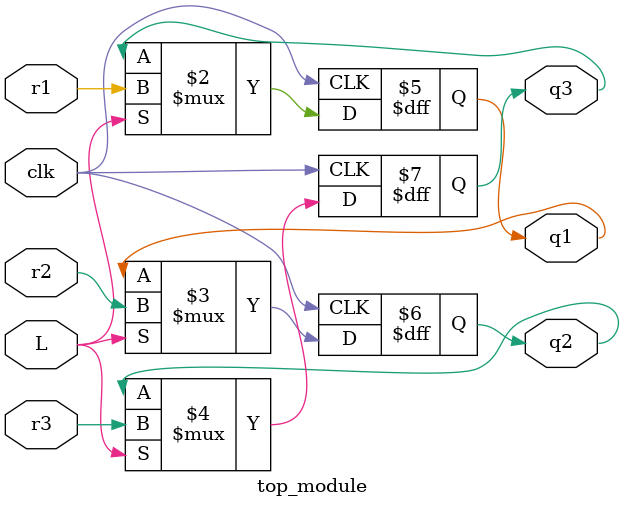
<source format=v>
module top_module (
	input clk,
	input L,
	input r1,r2,r3,
	output reg q1, q2, q3);



always @(posedge clk) begin
	q1 <= L?r1:q3;
	q2 <= L?r2:q1;
	q3 <= L?r3:q2;
	end

endmodule
</source>
